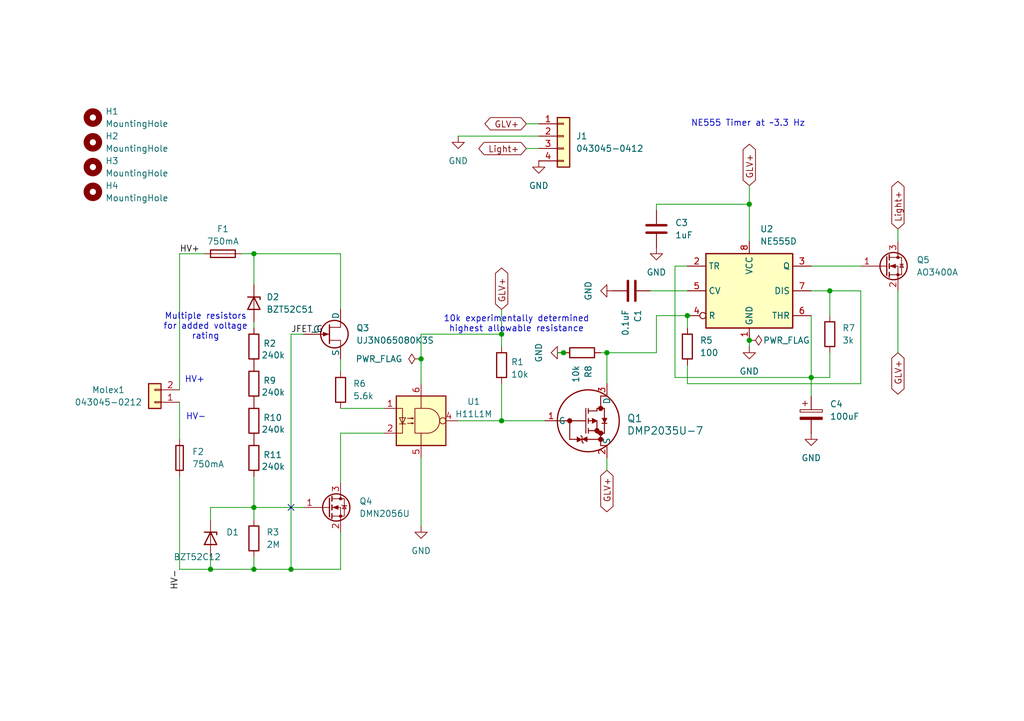
<source format=kicad_sch>
(kicad_sch (version 20250114) (generator "eeschema") (generator_version "9.0")
  (paper "A5")
  (lib_symbols
    (symbol "Connector_Generic:Conn_01x02" (pin_names (offset 1.016) (hide yes))
      (property "Reference" "J" (at 0 2.54 0))
      (property "Value" "Conn_01x02" (at 0 -5.08 0))
      (symbol "Conn_01x02_1_1"
        (rectangle (start -1.27 1.27) (end 1.27 -3.81) (stroke (width 0.254)) (fill (type background)))
        (rectangle (start -1.27 0.127) (end 0 -0.127) (stroke (width 0.1524)))
        (rectangle (start -1.27 -2.413) (end 0 -2.667) (stroke (width 0.1524)))
        (pin passive line (at -5.08 0 0) (length 3.81) (name "Pin_1") (number "1"))
        (pin passive line (at -5.08 -2.54 0) (length 3.81) (name "Pin_2") (number "2"))
      )
    )
    (symbol "Connector_Generic:Conn_01x04" (pin_names (offset 1.016) (hide yes))
      (property "Reference" "J" (at 0 5.08 0))
      (property "Value" "Conn_01x04" (at 0 -7.62 0))
      (symbol "Conn_01x04_1_1"
        (rectangle (start -1.27 3.81) (end 1.27 -6.35) (stroke (width 0.254)) (fill (type background)))
        (rectangle (start -1.27 2.667) (end 0 2.413) (stroke (width 0.1524)))
        (rectangle (start -1.27 0.127) (end 0 -0.127) (stroke (width 0.1524)))
        (rectangle (start -1.27 -2.413) (end 0 -2.667) (stroke (width 0.1524)))
        (rectangle (start -1.27 -4.953) (end 0 -5.207) (stroke (width 0.1524)))
        (pin passive line (at -5.08 2.54 0) (length 3.81) (name "Pin_1") (number "1"))
        (pin passive line (at -5.08 0 0) (length 3.81) (name "Pin_2") (number "2"))
        (pin passive line (at -5.08 -2.54 0) (length 3.81) (name "Pin_3") (number "3"))
        (pin passive line (at -5.08 -5.08 0) (length 3.81) (name "Pin_4") (number "4"))
      )
    )
    (symbol "Device:C" (pin_numbers (hide yes)) (pin_names (offset 0.254))
      (property "Reference" "C" (at 0.635 2.54 0))
      (property "Value" "C" (at 0.635 -2.54 0))
      (symbol "C_0_1"
        (polyline (pts (xy -2.032 0.762) (xy 2.032 0.762)) (stroke (width 0.508)))
        (polyline (pts (xy -2.032 -0.762) (xy 2.032 -0.762)) (stroke (width 0.508)))
      )
      (symbol "C_1_1"
        (pin passive line (at 0 3.81 270) (length 2.794) (name "~") (number "1"))
        (pin passive line (at 0 -3.81 90) (length 2.794) (name "~") (number "2"))
      )
    )
    (symbol "Device:C_Polarized" (pin_numbers (hide yes)) (pin_names (offset 0.254))
      (property "Reference" "C" (at 0.635 2.54 0))
      (property "Value" "C_Polarized" (at 0.635 -2.54 0))
      (symbol "C_Polarized_0_1"
        (rectangle (start -2.286 0.508) (end 2.286 1.016))
        (polyline (pts (xy -1.778 2.286) (xy -0.762 2.286)))
        (polyline (pts (xy -1.27 2.794) (xy -1.27 1.778)))
        (rectangle (start 2.286 -0.508) (end -2.286 -1.016) (fill (type outline)))
      )
      (symbol "C_Polarized_1_1"
        (pin passive line (at 0 3.81 270) (length 2.794) (name "~") (number "1"))
        (pin passive line (at 0 -3.81 90) (length 2.794) (name "~") (number "2"))
      )
    )
    (symbol "Device:D_Zener" (pin_numbers (hide yes)) (pin_names (offset 1.016) (hide yes))
      (property "Reference" "D" (at 0 2.54 0))
      (property "Value" "D_Zener" (at 0 -2.54 0))
      (symbol "D_Zener_0_1"
        (polyline (pts (xy -1.27 -1.27) (xy -1.27 1.27) (xy -0.762 1.27)) (stroke (width 0.254)))
        (polyline (pts (xy 1.27 0) (xy -1.27 0)))
        (polyline (pts (xy 1.27 -1.27) (xy 1.27 1.27) (xy -1.27 0) (xy 1.27 -1.27)) (stroke (width 0.254)))
      )
      (symbol "D_Zener_1_1"
        (pin passive line (at -3.81 0 0) (length 2.54) (name "K") (number "1"))
        (pin passive line (at 3.81 0 180) (length 2.54) (name "A") (number "2"))
      )
    )
    (symbol "Device:Fuse" (pin_numbers (hide yes)) (pin_names (offset 0))
      (property "Reference" "F" (at 2.032 0 90))
      (property "Value" "Fuse" (at -1.905 0 90))
      (symbol "Fuse_0_1"
        (rectangle (start -0.762 -2.54) (end 0.762 2.54) (stroke (width 0.254)))
        (polyline (pts (xy 0 2.54) (xy 0 -2.54)))
      )
      (symbol "Fuse_1_1"
        (pin passive line (at 0 3.81 270) (length 1.27) (name "~") (number "1"))
        (pin passive line (at 0 -3.81 90) (length 1.27) (name "~") (number "2"))
      )
    )
    (symbol "Device:R" (pin_numbers (hide yes)) (pin_names (offset 0))
      (property "Reference" "R" (at 2.032 0 90))
      (property "Value" "R" (at 0 0 90))
      (symbol "R_0_1"
        (rectangle (start -1.016 -2.54) (end 1.016 2.54) (stroke (width 0.254)))
      )
      (symbol "R_1_1"
        (pin passive line (at 0 3.81 270) (length 1.27) (name "~") (number "1"))
        (pin passive line (at 0 -3.81 90) (length 1.27) (name "~") (number "2"))
      )
    )
    (symbol "Diode:BZT52Bxx" (pin_numbers (hide yes)) (pin_names (hide yes))
      (property "Reference" "D" (at 0 2.54 0))
      (property "Value" "BZT52Bxx" (at 0 -2.54 0))
      (symbol "BZT52Bxx_0_1"
        (polyline (pts (xy -1.27 -1.27) (xy -1.27 1.27) (xy -0.762 1.27)) (stroke (width 0.254)))
        (polyline (pts (xy 1.27 0) (xy -1.27 0)))
        (polyline (pts (xy 1.27 -1.27) (xy 1.27 1.27) (xy -1.27 0) (xy 1.27 -1.27)) (stroke (width 0.254)))
      )
      (symbol "BZT52Bxx_1_1"
        (pin passive line (at -3.81 0 0) (length 2.54) (name "K") (number "1"))
        (pin passive line (at 3.81 0 180) (length 2.54) (name "A") (number "2"))
      )
    )
    (symbol "Isolator:H11L1" (pin_names (offset 1.016))
      (property "Reference" "U" (at 1.27 8.89 0))
      (property "Value" "H11L1" (at 1.27 6.35 0))
      (symbol "H11L1_0_1"
        (rectangle (start -5.08 5.08) (end 5.08 -5.08) (stroke (width 0.254)) (fill (type background)))
        (polyline (pts (xy -5.08 -2.54) (xy -3.81 -2.54) (xy -3.81 2.54) (xy -5.08 2.54)))
        (polyline (pts (xy -4.445 -0.635) (xy -3.175 -0.635)))
        (polyline (pts (xy -3.81 -0.635) (xy -4.445 0.635) (xy -3.175 0.635) (xy -3.81 -0.635)))
        (polyline (pts (xy -2.794 0.508) (xy -1.524 0.508) (xy -1.905 0.381) (xy -1.905 0.635) (xy -1.524 0.508)))
        (polyline (pts (xy -2.794 -0.508) (xy -1.524 -0.508) (xy -1.905 -0.635) (xy -1.905 -0.381) (xy -1.524 -0.508)))
        (polyline (pts (xy 0 2.54) (xy 0 5.08)))
        (polyline (pts (xy 0 -2.54) (xy 0 -5.08) (xy 0 -3.81)))
        (arc (start 1.27 2.54) (mid 3.799 0) (end 1.27 -2.54))
        (polyline (pts (xy 1.27 -2.54) (xy -1.27 -2.54) (xy -1.27 2.54) (xy 1.27 2.54)))
      )
      (symbol "H11L1_1_1"
        (pin passive line (at -7.62 2.54 0) (length 2.54) (name "~") (number "1"))
        (pin passive line (at -7.62 -2.54 0) (length 2.54) (name "~") (number "2"))
        (pin no_connect line (at -5.08 0 0) (length 2.54) (hide yes) (name "~") (number "3"))
        (pin power_in line (at 0 7.62 270) (length 2.54) (name "~") (number "6"))
        (pin power_in line (at 0 -7.62 90) (length 2.54) (name "~") (number "5"))
        (pin output inverted (at 7.62 0 180) (length 3.81) (name "~") (number "4"))
      )
    )
    (symbol "Mechanical:MountingHole" (pin_names (offset 1.016)) (exclude_from_sim yes) (in_bom no)
      (property "Reference" "H" (at 0 5.08 0))
      (property "Value" "MountingHole" (at 0 3.175 0))
      (symbol "MountingHole_0_1"
        (circle (center 0 0) (radius 1.27) (stroke (width 1.27)))
      )
    )
    (symbol "Simulation_SPICE:NJFET" (pin_numbers (hide yes)) (pin_names (offset 0))
      (property "Reference" "Q3" (at 5.715 1.27 0))
      (property "Value" "UJ3N120035K3S" (at 5.715 -1.27 0))
      (symbol "NJFET_0_1"
        (polyline (pts (xy 0 0) (xy -1.016 0.381) (xy -1.016 -0.381) (xy 0 0)) (fill (type outline)))
        (polyline (pts (xy 0.254 1.905) (xy 0.254 -1.905) (xy 0.254 -1.905)) (stroke (width 0.254)))
        (circle (center 1.27 0) (radius 2.8194) (stroke (width 0.254)))
        (polyline (pts (xy 2.54 2.54) (xy 2.54 1.397) (xy 0.254 1.397)))
        (polyline (pts (xy 2.54 -2.54) (xy 2.54 -1.27) (xy 0.254 -1.27)))
      )
      (symbol "NJFET_1_1"
        (pin input line (at -5.08 0 0) (length 5.334) (name "G") (number "1"))
        (pin passive line (at 2.54 5.08 270) (length 2.54) (name "D") (number "2"))
        (pin passive line (at 2.54 -5.08 90) (length 2.54) (name "S") (number "3"))
      )
    )
    (symbol "Timer:NE555D"
      (property "Reference" "U" (at -10.16 8.89 0))
      (property "Value" "NE555D" (at 2.54 8.89 0))
      (symbol "NE555D_0_0"
        (pin power_in line (at 0 10.16 270) (length 2.54) (name "VCC") (number "8"))
        (pin power_in line (at 0 -10.16 90) (length 2.54) (name "GND") (number "1"))
      )
      (symbol "NE555D_0_1"
        (rectangle (start -8.89 -7.62) (end 8.89 7.62) (stroke (width 0.254)) (fill (type background)))
        (rectangle (start -8.89 -7.62) (end 8.89 7.62) (stroke (width 0.254)) (fill (type background)))
      )
      (symbol "NE555D_1_1"
        (pin input line (at -12.7 5.08 0) (length 3.81) (name "TR") (number "2"))
        (pin input line (at -12.7 0 0) (length 3.81) (name "CV") (number "5"))
        (pin input inverted (at -12.7 -5.08 0) (length 3.81) (name "R") (number "4"))
        (pin output line (at 12.7 5.08 180) (length 3.81) (name "Q") (number "3"))
        (pin input line (at 12.7 0 180) (length 3.81) (name "DIS") (number "7"))
        (pin input line (at 12.7 -5.08 180) (length 3.81) (name "THR") (number "6"))
      )
    )
    (symbol "Transistor_FET:AO3400A" (pin_names (offset 0) (hide yes))
      (property "Reference" "Q" (at 5.08 1.905 0))
      (property "Value" "AO3400A" (at 5.08 0 0))
      (symbol "AO3400A_0_1"
        (polyline (pts (xy 0.254 1.905) (xy 0.254 -1.905)) (stroke (width 0.254)))
        (polyline (pts (xy 0.254 0) (xy -2.54 0)))
        (polyline (pts (xy 0.762 2.286) (xy 0.762 1.27)) (stroke (width 0.254)))
        (polyline (pts (xy 0.762 0.508) (xy 0.762 -0.508)) (stroke (width 0.254)))
        (polyline (pts (xy 0.762 -1.27) (xy 0.762 -2.286)) (stroke (width 0.254)))
        (polyline (pts (xy 0.762 -1.778) (xy 3.302 -1.778) (xy 3.302 1.778) (xy 0.762 1.778)))
        (polyline (pts (xy 1.016 0) (xy 2.032 0.381) (xy 2.032 -0.381) (xy 1.016 0)) (fill (type outline)))
        (circle (center 1.651 0) (radius 2.794) (stroke (width 0.254)))
        (polyline (pts (xy 2.54 2.54) (xy 2.54 1.778)))
        (circle (center 2.54 1.778) (radius 0.254) (fill (type outline)))
        (circle (center 2.54 -1.778) (radius 0.254) (fill (type outline)))
        (polyline (pts (xy 2.54 -2.54) (xy 2.54 0) (xy 0.762 0)))
        (polyline (pts (xy 2.921 0.381) (xy 3.683 0.381)))
        (polyline (pts (xy 3.302 0.381) (xy 2.921 -0.254) (xy 3.683 -0.254) (xy 3.302 0.381)))
      )
      (symbol "AO3400A_1_1"
        (pin input line (at -5.08 0 0) (length 2.54) (name "G") (number "1"))
        (pin passive line (at 2.54 5.08 270) (length 2.54) (name "D") (number "3"))
        (pin passive line (at 2.54 -5.08 90) (length 2.54) (name "S") (number "2"))
      )
    )
    (symbol "Transistor_FET:DMN2056U" (pin_names (hide yes))
      (property "Reference" "Q" (at 5.08 1.905 0))
      (property "Value" "DMN2056U" (at 5.08 0 0))
      (symbol "DMN2056U_0_1"
        (polyline (pts (xy 0.254 1.905) (xy 0.254 -1.905)) (stroke (width 0.254)))
        (polyline (pts (xy 0.254 0) (xy -2.54 0)))
        (polyline (pts (xy 0.762 2.286) (xy 0.762 1.27)) (stroke (width 0.254)))
        (polyline (pts (xy 0.762 0.508) (xy 0.762 -0.508)) (stroke (width 0.254)))
        (polyline (pts (xy 0.762 -1.27) (xy 0.762 -2.286)) (stroke (width 0.254)))
        (polyline (pts (xy 0.762 -1.778) (xy 3.302 -1.778) (xy 3.302 1.778) (xy 0.762 1.778)))
        (polyline (pts (xy 1.016 0) (xy 2.032 0.381) (xy 2.032 -0.381) (xy 1.016 0)) (fill (type outline)))
        (circle (center 1.651 0) (radius 2.794) (stroke (width 0.254)))
        (polyline (pts (xy 2.54 2.54) (xy 2.54 1.778)))
        (circle (center 2.54 1.778) (radius 0.254) (fill (type outline)))
        (circle (center 2.54 -1.778) (radius 0.254) (fill (type outline)))
        (polyline (pts (xy 2.54 -2.54) (xy 2.54 0) (xy 0.762 0)))
        (polyline (pts (xy 2.794 0.508) (xy 2.921 0.381) (xy 3.683 0.381) (xy 3.81 0.254)))
        (polyline (pts (xy 3.302 0.381) (xy 2.921 -0.254) (xy 3.683 -0.254) (xy 3.302 0.381)))
      )
      (symbol "DMN2056U_1_1"
        (pin input line (at -5.08 0 0) (length 2.54) (name "G") (number "1"))
        (pin passive line (at 2.54 5.08 270) (length 2.54) (name "D") (number "3"))
        (pin passive line (at 2.54 -5.08 90) (length 2.54) (name "S") (number "2"))
      )
    )
    (symbol "Transistor_FET:DMP2035U-7" (pin_names (offset 0.254))
      (property "Reference" "MOSFET" (at 16.51 1.27 0))
      (property "Value" "DMP2035U-7" (at 16.51 -1.27 0))
      (symbol "DMP2035U-7_0_1"
        (polyline (pts (xy 2.54 0) (xy 8.382 0)) (stroke (width 0.2032)))
        (circle (center 5.08 0) (radius 0.0254) (stroke (width 0.508)))
        (polyline (pts (xy 5.08 -3.81) (xy 5.08 0)) (stroke (width 0.2032)))
        (polyline (pts (xy 5.08 -3.81) (xy 6.604 -3.81)) (stroke (width 0.2032)))
        (polyline (pts (xy 6.604 -3.302) (xy 6.604 -4.318) (xy 7.62 -3.81)) (fill (type outline)))
        (polyline (pts (xy 7.366 -3.048) (xy 7.62 -3.302)) (stroke (width 0.2032)))
        (polyline (pts (xy 7.62 -3.302) (xy 7.62 -4.318)) (stroke (width 0.2032)))
        (polyline (pts (xy 7.62 -4.318) (xy 7.874 -4.572)) (stroke (width 0.2032)))
        (polyline (pts (xy 8.382 -2.54) (xy 8.382 2.54)) (stroke (width 0.2032)))
        (polyline (pts (xy 8.636 -3.81) (xy 11.43 -3.81)) (stroke (width 0.2032)))
        (polyline (pts (xy 8.636 -4.318) (xy 8.636 -3.302) (xy 7.62 -3.81)) (fill (type outline)))
        (polyline (pts (xy 8.89 2.032) (xy 10.668 2.032)) (stroke (width 0.2032)))
        (polyline (pts (xy 8.89 1.524) (xy 8.89 2.54)) (stroke (width 0.2032)))
        (polyline (pts (xy 8.89 0) (xy 10.668 0)) (stroke (width 0.2032)))
        (circle (center 8.89 0) (radius 6.35) (stroke (width 0.254)))
        (polyline (pts (xy 8.89 -0.508) (xy 8.89 0.508)) (stroke (width 0.2032)))
        (polyline (pts (xy 8.89 -2.032) (xy 10.668 -2.032)) (stroke (width 0.2032)))
        (polyline (pts (xy 8.89 -2.54) (xy 8.89 -1.524)) (stroke (width 0.2032)))
        (polyline (pts (xy 9.652 0.508) (xy 10.668 0) (xy 9.652 -0.508)) (fill (type outline)))
        (polyline (pts (xy 10.668 2.54) (xy 12.192 2.54)) (stroke (width 0.2032)))
        (polyline (pts (xy 10.668 2.032) (xy 10.668 2.54)) (stroke (width 0.2032)))
        (circle (center 10.668 -2.032) (radius 0.0254) (stroke (width 0.508)))
        (polyline (pts (xy 10.668 -2.54) (xy 10.668 0)) (stroke (width 0.2032)))
        (polyline (pts (xy 10.668 -2.54) (xy 12.192 -2.54)) (stroke (width 0.2032)))
        (polyline (pts (xy 11.43 5.08) (xy 11.43 2.54)) (stroke (width 0.2032)))
        (polyline (pts (xy 11.43 5.08) (xy 12.7 5.08)) (stroke (width 0.2032)))
        (circle (center 11.43 2.54) (radius 0.0254) (stroke (width 0.508)))
        (circle (center 11.43 -2.54) (radius 0.0254) (stroke (width 0.508)))
        (circle (center 11.43 -3.81) (radius 0.0254) (stroke (width 0.508)))
        (polyline (pts (xy 11.43 -5.08) (xy 11.43 -2.54)) (stroke (width 0.2032)))
        (polyline (pts (xy 11.43 -5.08) (xy 12.7 -5.08)) (stroke (width 0.2032)))
        (polyline (pts (xy 11.684 0.508) (xy 12.7 0.508) (xy 12.192 -0.508)) (fill (type outline)))
        (polyline (pts (xy 11.684 -0.508) (xy 12.7 -0.508)) (stroke (width 0.2032)))
        (polyline (pts (xy 12.192 -2.54) (xy 12.192 2.54)) (stroke (width 0.2032)))
        (pin unspecified line (at 0 0 0) (length 2.54) (name "G") (number "1"))
        (pin unspecified line (at 12.7 7.62 270) (length 2.54) (name "D") (number "3"))
        (pin unspecified line (at 12.7 -7.62 90) (length 2.54) (name "S") (number "2"))
      )
    )
    (symbol "power:GND" (power) (pin_numbers (hide yes)) (pin_names (offset 0) (hide yes))
      (property "Value" "GND" (at 0 -3.81 0))
      (symbol "GND_0_1"
        (polyline (pts (xy 0 0) (xy 0 -1.27) (xy 1.27 -1.27) (xy 0 -2.54) (xy -1.27 -1.27) (xy 0 -1.27)))
      )
      (symbol "GND_1_1"
        (pin power_in line (at 0 0 270) (length 0) (name "~") (number "1"))
      )
    )
    (symbol "power:PWR_FLAG" (power) (pin_numbers (hide yes)) (pin_names (offset 0) (hide yes))
      (property "Value" "PWR_FLAG" (at 0 3.81 0))
      (symbol "PWR_FLAG_0_0"
        (pin power_out line (at 0 0 90) (length 0) (name "~") (number "1"))
      )
      (symbol "PWR_FLAG_0_1"
        (polyline (pts (xy 0 0) (xy 0 1.27) (xy -1.016 1.905) (xy 0 2.54) (xy 1.016 1.905) (xy 0 1.27)))
      )
    )
  )
  (text "NE555 Timer at ~3.3 Hz" (at 153.416 25.4 0) (effects (font (size 1.27 1.27))))
  (text "Multiple resistors\nfor added voltage\nrating" (at 42.164 67.056 0) (effects (font (size 1.27 1.27))))
  (text "10k experimentally determined\nhighest allowable resistance" (at 105.918 66.548 0) (effects (font (size 1.27 1.27))))
  (text "HV+" (at 37.846 78.74 0) (effects (font (size 1.27 1.27)) (justify left bottom)))
  (text "HV-" (at 38.1 86.36 0) (effects (font (size 1.27 1.27)) (justify left bottom)))
  (junction (at 86.36 73.66))
  (junction (at 124.46 72.39))
  (junction (at 52.07 116.84))
  (junction (at 52.07 52.07))
  (junction (at 166.37 77.47))
  (junction (at 52.07 104.14))
  (junction (at 153.67 41.91))
  (junction (at 59.69 116.84))
  (junction (at 170.18 59.69))
  (junction (at 102.87 68.58))
  (junction (at 102.87 86.36))
  (junction (at 140.97 64.77))
  (junction (at 153.67 69.85))
  (junction (at 115.57 72.39))
  (junction (at 43.18 116.84))
  (no_connect (at 59.69 104.14))
  (wire (pts (xy 138.43 77.47) (xy 138.43 54.61)))
  (wire (pts (xy 140.97 74.93) (xy 140.97 78.74)))
  (wire (pts (xy 133.35 59.69) (xy 140.97 59.69)))
  (wire (pts (xy 176.53 78.74) (xy 140.97 78.74)))
  (wire (pts (xy 78.74 88.9) (xy 69.85 88.9)))
  (wire (pts (xy 134.62 41.91) (xy 134.62 43.18)))
  (wire (pts (xy 59.69 68.58) (xy 59.69 116.84)))
  (wire (pts (xy 52.07 52.07) (xy 52.07 58.42)))
  (wire (pts (xy 124.46 72.39) (xy 134.62 72.39)))
  (wire (pts (xy 184.15 59.69) (xy 184.15 72.39)))
  (wire (pts (xy 107.95 25.4) (xy 110.49 25.4)))
  (wire (pts (xy 69.85 109.22) (xy 69.85 116.84)))
  (wire (pts (xy 69.85 52.07) (xy 69.85 63.5)))
  (wire (pts (xy 36.83 97.79) (xy 36.83 116.84)))
  (wire (pts (xy 59.69 116.84) (xy 69.85 116.84)))
  (wire (pts (xy 69.85 88.9) (xy 69.85 99.06)))
  (wire (pts (xy 107.95 30.48) (xy 110.49 30.48)))
  (wire (pts (xy 86.36 93.98) (xy 86.36 107.95)))
  (wire (pts (xy 134.62 41.91) (xy 153.67 41.91)))
  (wire (pts (xy 124.46 96.52) (xy 124.46 93.98)))
  (wire (pts (xy 52.07 52.07) (xy 69.85 52.07)))
  (wire (pts (xy 170.18 77.47) (xy 166.37 77.47)))
  (wire (pts (xy 153.67 38.1) (xy 153.67 41.91)))
  (wire (pts (xy 36.83 52.07) (xy 36.83 80.01)))
  (wire (pts (xy 52.07 104.14) (xy 52.07 97.79)))
  (wire (pts (xy 124.46 72.39) (xy 124.46 78.74)))
  (wire (pts (xy 170.18 59.69) (xy 176.53 59.69)))
  (wire (pts (xy 166.37 54.61) (xy 176.53 54.61)))
  (wire (pts (xy 43.18 116.84) (xy 52.07 116.84)))
  (wire (pts (xy 134.62 64.77) (xy 134.62 72.39)))
  (wire (pts (xy 134.62 64.77) (xy 140.97 64.77)))
  (wire (pts (xy 52.07 116.84) (xy 59.69 116.84)))
  (wire (pts (xy 93.98 86.36) (xy 102.87 86.36)))
  (wire (pts (xy 138.43 54.61) (xy 140.97 54.61)))
  (wire (pts (xy 184.15 46.99) (xy 184.15 49.53)))
  (wire (pts (xy 102.87 86.36) (xy 111.76 86.36)))
  (wire (pts (xy 43.18 104.14) (xy 52.07 104.14)))
  (wire (pts (xy 43.18 116.84) (xy 43.18 114.3)))
  (wire (pts (xy 36.83 116.84) (xy 43.18 116.84)))
  (wire (pts (xy 36.83 52.07) (xy 41.91 52.07)))
  (wire (pts (xy 78.74 83.82) (xy 69.85 83.82)))
  (wire (pts (xy 69.85 73.66) (xy 69.85 76.2)))
  (wire (pts (xy 86.36 68.58) (xy 102.87 68.58)))
  (wire (pts (xy 166.37 64.77) (xy 166.37 77.47)))
  (wire (pts (xy 166.37 77.47) (xy 138.43 77.47)))
  (wire (pts (xy 114.3 72.39) (xy 115.57 72.39)))
  (wire (pts (xy 153.67 71.12) (xy 153.67 69.85)))
  (wire (pts (xy 43.18 104.14) (xy 43.18 106.68)))
  (wire (pts (xy 102.87 63.5) (xy 102.87 68.58)))
  (wire (pts (xy 140.97 64.77) (xy 140.97 67.31)))
  (wire (pts (xy 52.07 116.84) (xy 52.07 114.3)))
  (wire (pts (xy 52.07 104.14) (xy 62.23 104.14)))
  (wire (pts (xy 52.07 104.14) (xy 52.07 106.68)))
  (wire (pts (xy 153.67 41.91) (xy 153.67 49.53)))
  (wire (pts (xy 36.83 82.55) (xy 36.83 90.17)))
  (wire (pts (xy 49.53 52.07) (xy 52.07 52.07)))
  (wire (pts (xy 93.98 27.94) (xy 110.49 27.94)))
  (wire (pts (xy 86.36 78.74) (xy 86.36 73.66)))
  (wire (pts (xy 123.19 72.39) (xy 124.46 72.39)))
  (wire (pts (xy 170.18 59.69) (xy 170.18 64.77)))
  (wire (pts (xy 52.07 66.04) (xy 52.07 67.31)))
  (wire (pts (xy 166.37 59.69) (xy 170.18 59.69)))
  (wire (pts (xy 102.87 86.36) (xy 102.87 78.74)))
  (wire (pts (xy 166.37 77.47) (xy 166.37 81.28)))
  (wire (pts (xy 102.87 68.58) (xy 102.87 71.12)))
  (wire (pts (xy 176.53 59.69) (xy 176.53 78.74)))
  (wire (pts (xy 86.36 73.66) (xy 86.36 68.58)))
  (wire (pts (xy 59.69 68.58) (xy 62.23 68.58)))
  (wire (pts (xy 170.18 72.39) (xy 170.18 77.47)))
  (label "JFET_G" (at 59.69 68.58 0))
  (label "HV+" (at 36.83 52.07 0))
  (label "HV-" (at 36.83 116.84 270))
  (global_label "GLV+" (shape bidirectional) (at 124.46 96.52 270) (property "Intersheetrefs" "${INTERSHEET_REFS}" (effects (hide yes))))
  (global_label "Light+" (shape bidirectional) (at 184.15 46.99 90) (property "Intersheetrefs" "${INTERSHEET_REFS}" (effects (hide yes))))
  (global_label "GLV+" (shape bidirectional) (at 184.15 72.39 270) (property "Intersheetrefs" "${INTERSHEET_REFS}" (effects (hide yes))))
  (global_label "GLV+" (shape bidirectional) (at 102.87 63.5 90) (property "Intersheetrefs" "${INTERSHEET_REFS}" (effects (hide yes))))
  (global_label "GLV+" (shape bidirectional) (at 107.95 25.4 180) (property "Intersheetrefs" "${INTERSHEET_REFS}" (effects (hide yes))))
  (global_label "Light+" (shape bidirectional) (at 107.95 30.48 180) (property "Intersheetrefs" "${INTERSHEET_REFS}" (effects (hide yes))))
  (global_label "GLV+" (shape bidirectional) (at 153.67 38.1 90) (property "Intersheetrefs" "${INTERSHEET_REFS}" (effects (hide yes))))
  (symbol (lib_id "Device:C") (at 129.54 59.69 90) (unit 1)
    (property "Reference" "C1" (at 130.8101 63.5 0) (effects (justify right)))
    (property "Value" "0.1uF" (at 128.2701 63.5 0) (effects (justify right)))
    (property "Footprint" "Capacitor_SMD:C_0805_2012Metric_Pad1.18x1.45mm_HandSolder" (effects (hide yes)))
    (property "Description" "Unpolarized capacitor" (effects (hide yes)))
  )
  (symbol (lib_id "power:GND") (at 86.36 107.95 0) (unit 1)
    (property "Reference" "#PWR04" (effects (hide yes)))
    (property "Value" "GND" (at 86.36 113.03 0))
    (property "Description" "Power symbol creates a global label with name \"GND\" , ground" (effects (hide yes)))
  )
  (symbol (lib_id "Transistor_FET:AO3400A") (at 181.61 54.61 0) (unit 1)
    (property "Reference" "Q5" (at 187.96 53.3399 0) (effects (justify left)))
    (property "Value" "AO3400A" (at 187.96 55.8799 0) (effects (justify left)))
    (property "Footprint" "Package_TO_SOT_SMD:SOT-23" (effects (hide yes)))
    (property "Datasheet" "http://www.aosmd.com/pdfs/datasheet/AO3400A.pdf" (effects (hide yes)))
    (property "Description" "30V Vds, 5.7A Id, N-Channel MOSFET, SOT-23" (effects (hide yes)))
  )
  (symbol (lib_id "power:GND") (at 115.57 72.39 270) (unit 1)
    (property "Reference" "#PWR05" (effects (hide yes)))
    (property "Value" "GND" (at 110.49 72.39 0))
    (property "Description" "Power symbol creates a global label with name \"GND\" , ground" (effects (hide yes)))
  )
  (symbol (lib_id "Transistor_FET:DMN2056U") (at 67.31 104.14 0) (unit 1)
    (property "Reference" "Q4" (at 73.66 102.8699 0) (effects (justify left)))
    (property "Value" "DMN2056U" (at 73.66 105.4099 0) (effects (justify left)))
    (property "Footprint" "Package_TO_SOT_SMD:SOT-23" (effects (hide yes)))
    (property "Datasheet" "http://www.diodes.com/assets/Datasheets/DMN2056U.pdf" (effects (hide yes)))
    (property "Description" "4A Id, 20V Vds, N-Channel MOSFET, SOT-23" (effects (hide yes)))
  )
  (symbol (lib_id "Device:R") (at 69.85 80.01 0) (unit 1)
    (property "Reference" "R6" (at 72.39 78.7399 0) (effects (justify left)))
    (property "Value" "5.6k" (at 72.39 81.2799 0) (effects (justify left)))
    (property "Footprint" "Resistor_SMD:R_0805_2012Metric_Pad1.20x1.40mm_HandSolder" (effects (hide yes)))
  )
  (symbol (lib_id "Transistor_FET:DMP2035U-7") (at 111.76 86.36 0) (unit 1)
    (property "Reference" "Q1" (at 128.524 85.852 0) (effects (font (size 1.524 1.524)) (justify left)))
    (property "Value" "DMP2035U-7" (at 128.524 88.392 0) (effects (font (size 1.524 1.524)) (justify left)))
    (property "Footprint" "SOT23_DIO" (effects (hide yes)))
    (property "Datasheet" "DMP2035U-7" (effects (hide yes)))
  )
  (symbol (lib_id "Device:R") (at 52.07 71.12 0) (unit 1)
    (property "Reference" "R2" (at 53.975 70.485 0) (effects (justify left)))
    (property "Value" "240k" (at 53.594 72.898 0) (effects (justify left)))
    (property "Footprint" "Resistor_SMD:R_0805_2012Metric_Pad1.20x1.40mm_HandSolder" (effects (hide yes)))
  )
  (symbol (lib_id "power:GND") (at 93.98 27.94 0) (mirror y) (unit 1)
    (property "Reference" "#PWR08" (effects (hide yes)))
    (property "Value" "GND" (at 93.98 33.02 0))
    (property "Description" "Power symbol creates a global label with name \"GND\" , ground" (effects (hide yes)))
  )
  (symbol (lib_id "Device:Fuse") (at 45.72 52.07 90) (unit 1)
    (property "Reference" "F1" (at 45.72 46.99 90))
    (property "Value" "750mA" (at 45.72 49.53 90))
    (property "Footprint" "Library:FUSE_BK_PCS" (effects (hide yes)))
  )
  (symbol (lib_id "Device:R") (at 52.07 78.74 0) (unit 1)
    (property "Reference" "R9" (at 53.975 78.105 0) (effects (justify left)))
    (property "Value" "240k" (at 53.594 80.518 0) (effects (justify left)))
    (property "Footprint" "Resistor_SMD:R_0805_2012Metric_Pad1.20x1.40mm_HandSolder" (effects (hide yes)))
  )
  (symbol (lib_id "power:GND") (at 125.73 59.69 270) (unit 1)
    (property "Reference" "#PWR03" (effects (hide yes)))
    (property "Value" "GND" (at 120.65 59.69 0))
    (property "Description" "Power symbol creates a global label with name \"GND\" , ground" (effects (hide yes)))
  )
  (symbol (lib_id "power:PWR_FLAG") (at 86.36 73.66 90) (unit 1)
    (property "Reference" "#FLG02" (effects (hide yes)))
    (property "Value" "PWR_FLAG" (at 82.55 73.6599 90) (effects (justify left)))
    (property "Description" "Special symbol for telling ERC where power comes from" (effects (hide yes)))
  )
  (symbol (lib_id "power:GND") (at 134.62 50.8 0) (unit 1)
    (property "Reference" "#PWR06" (effects (hide yes)))
    (property "Value" "GND" (at 134.62 55.88 0))
    (property "Description" "Power symbol creates a global label with name \"GND\" , ground" (effects (hide yes)))
  )
  (symbol (lib_id "Device:R") (at 52.07 93.98 0) (unit 1)
    (property "Reference" "R11" (at 53.975 93.345 0) (effects (justify left)))
    (property "Value" "240k" (at 53.594 95.758 0) (effects (justify left)))
    (property "Footprint" "Resistor_SMD:R_0805_2012Metric_Pad1.20x1.40mm_HandSolder" (effects (hide yes)))
  )
  (symbol (lib_id "Device:C") (at 134.62 46.99 180) (unit 1)
    (property "Reference" "C3" (at 138.43 45.7199 0) (effects (justify right)))
    (property "Value" "1uF" (at 138.43 48.2599 0) (effects (justify right)))
    (property "Footprint" "Capacitor_SMD:C_0805_2012Metric_Pad1.18x1.45mm_HandSolder" (effects (hide yes)))
    (property "Description" "Unpolarized capacitor" (effects (hide yes)))
  )
  (symbol (lib_id "power:PWR_FLAG") (at 153.67 69.85 270) (unit 1)
    (property "Reference" "#FLG01" (effects (hide yes)))
    (property "Value" "PWR_FLAG" (at 156.464 69.85 90) (effects (justify left)))
    (property "Description" "Special symbol for telling ERC where power comes from" (effects (hide yes)))
  )
  (symbol (lib_id "Simulation_SPICE:NJFET") (at 67.31 68.58 0) (unit 1)
    (property "Reference" "Q3" (at 73.025 67.31 0) (effects (justify left)))
    (property "Value" "UJ3N065080K3S" (at 73.025 69.85 0) (effects (justify left)))
    (property "Footprint" "Package_TO_SOT_THT:TO-247-3_Horizontal_TabDown" (effects (hide yes)))
    (property "Sim.Device" "NJFET" (effects (hide yes)))
    (property "Sim.Type" "SHICHMANHODGES" (effects (hide yes)))
    (property "Sim.Pins" "1=D 2=G 3=S" (effects (hide yes)))
  )
  (symbol (lib_id "Device:R") (at 52.07 86.36 0) (unit 1)
    (property "Reference" "R10" (at 53.975 85.725 0) (effects (justify left)))
    (property "Value" "240k" (at 53.594 88.138 0) (effects (justify left)))
    (property "Footprint" "Resistor_SMD:R_0805_2012Metric_Pad1.20x1.40mm_HandSolder" (effects (hide yes)))
  )
  (symbol (lib_id "Device:R") (at 52.07 110.49 0) (unit 1)
    (property "Reference" "R3" (at 54.61 109.2199 0) (effects (justify left)))
    (property "Value" "2M" (at 54.61 111.7599 0) (effects (justify left)))
    (property "Footprint" "Resistor_SMD:R_0805_2012Metric_Pad1.20x1.40mm_HandSolder" (effects (hide yes)))
  )
  (symbol (lib_id "Timer:NE555D") (at 153.67 59.69 0) (unit 1)
    (property "Reference" "U2" (at 155.8641 46.99 0) (effects (justify left)))
    (property "Value" "NE555D" (at 155.8641 49.53 0) (effects (justify left)))
    (property "Footprint" "Package_SO:SOIC-8_3.9x4.9mm_P1.27mm" (effects (hide yes)))
    (property "Datasheet" "http://www.ti.com/lit/ds/symlink/ne555.pdf" (effects (hide yes)))
    (property "Description" "Precision Timers, 555 compatible, SOIC-8" (effects (hide yes)))
  )
  (symbol (lib_id "Device:R") (at 119.38 72.39 90) (unit 1)
    (property "Reference" "R8" (at 120.6501 74.93 0) (effects (justify right)))
    (property "Value" "10k" (at 118.1101 74.93 0) (effects (justify right)))
    (property "Footprint" "Resistor_SMD:R_0805_2012Metric_Pad1.20x1.40mm_HandSolder" (effects (hide yes)))
    (property "Description" "Resistor" (effects (hide yes)))
  )
  (symbol (lib_id "Device:Fuse") (at 36.83 93.98 180) (unit 1)
    (property "Reference" "F2" (at 39.37 92.7099 0) (effects (justify right)))
    (property "Value" "750mA" (at 39.37 95.2499 0) (effects (justify right)))
    (property "Footprint" "Library:FUSE_BK_PCS" (effects (hide yes)))
  )
  (symbol (lib_id "Mechanical:MountingHole") (at 19.05 24.13 0) (unit 1) (exclude_from_sim yes) (in_bom no)
    (property "Reference" "H1" (at 21.59 22.8599 0) (effects (justify left)))
    (property "Value" "MountingHole" (at 21.59 25.3999 0) (effects (justify left)))
    (property "Footprint" "MountingHole:MountingHole_4.3mm_M4" (effects (hide yes)))
    (property "Description" "Mounting Hole without connection" (effects (hide yes)))
  )
  (symbol (lib_id "Isolator:H11L1") (at 86.36 86.36 0) (unit 1)
    (property "Reference" "U1" (at 97.155 82.4231 0))
    (property "Value" "H11L1M" (at 97.155 84.9631 0))
    (property "Footprint" "Package_DIP:DIP-6_W7.62mm" (effects (hide yes)))
    (property "Datasheet" "https://www.onsemi.com/pub/Collateral/H11L3M-D.PDF" (effects (hide yes)))
  )
  (symbol (lib_id "Mechanical:MountingHole") (at 19.05 34.29 0) (unit 1) (exclude_from_sim yes) (in_bom no)
    (property "Reference" "H3" (at 21.59 33.0199 0) (effects (justify left)))
    (property "Value" "MountingHole" (at 21.59 35.5599 0) (effects (justify left)))
    (property "Footprint" "MountingHole:MountingHole_4.3mm_M4" (effects (hide yes)))
    (property "Description" "Mounting Hole without connection" (effects (hide yes)))
  )
  (symbol (lib_id "Device:R") (at 140.97 71.12 0) (unit 1)
    (property "Reference" "R5" (at 143.51 69.8499 0) (effects (justify left)))
    (property "Value" "100" (at 143.51 72.3899 0) (effects (justify left)))
    (property "Footprint" "Resistor_SMD:R_0805_2012Metric_Pad1.20x1.40mm_HandSolder" (effects (hide yes)))
    (property "Description" "Resistor" (effects (hide yes)))
  )
  (symbol (lib_id "Connector_Generic:Conn_01x04") (at 115.57 27.94 0) (unit 1)
    (property "Reference" "J1" (at 118.11 27.94 0) (effects (justify left)))
    (property "Value" "043045-0412" (at 118.11 30.48 0) (effects (justify left)))
    (property "Footprint" "Connector_Molex:Molex_Micro-Fit_3.0_43045-0412_2x02_P3.00mm_Vertical" (effects (hide yes)))
  )
  (symbol (lib_id "Mechanical:MountingHole") (at 19.05 39.37 0) (unit 1) (exclude_from_sim yes) (in_bom no)
    (property "Reference" "H4" (at 21.59 38.0999 0) (effects (justify left)))
    (property "Value" "MountingHole" (at 21.59 40.6399 0) (effects (justify left)))
    (property "Footprint" "MountingHole:MountingHole_4.3mm_M4" (effects (hide yes)))
    (property "Description" "Mounting Hole without connection" (effects (hide yes)))
  )
  (symbol (lib_id "power:GND") (at 166.37 88.9 0) (unit 1)
    (property "Reference" "#PWR02" (effects (hide yes)))
    (property "Value" "GND" (at 166.37 93.98 0))
    (property "Description" "Power symbol creates a global label with name \"GND\" , ground" (effects (hide yes)))
  )
  (symbol (lib_id "Connector_Generic:Conn_01x02") (at 31.75 82.55 180) (unit 1)
    (property "Reference" "Molex1" (at 22.225 80.01 0))
    (property "Value" "043045-0212" (at 22.225 82.55 0))
    (property "Footprint" "Connector_Molex:Molex_Micro-Fit_3.0_43045-0212_2x01_P3.00mm_Vertical" (effects (hide yes)))
  )
  (symbol (lib_id "Device:R") (at 170.18 68.58 180) (unit 1)
    (property "Reference" "R7" (at 172.72 67.3099 0) (effects (justify right)))
    (property "Value" "3k" (at 172.72 69.8499 0) (effects (justify right)))
    (property "Footprint" "Resistor_SMD:R_0805_2012Metric_Pad1.20x1.40mm_HandSolder" (effects (hide yes)))
    (property "Description" "Resistor" (effects (hide yes)))
  )
  (symbol (lib_id "Device:D_Zener") (at 43.18 110.49 270) (unit 1)
    (property "Reference" "D1" (at 46.355 109.22 90) (effects (justify left)))
    (property "Value" "BZT52C12" (at 35.56 114.3 90) (effects (justify left)))
    (property "Footprint" "Diode_SMD:D_SOD-123" (effects (hide yes)))
  )
  (symbol (lib_id "Diode:BZT52Bxx") (at 52.07 62.23 270) (unit 1)
    (property "Reference" "D2" (at 54.61 60.9599 90) (effects (justify left)))
    (property "Value" "BZT52C51" (at 54.61 63.4999 90) (effects (justify left)))
    (property "Footprint" "Diode_SMD:D_SOD-123F" (effects (hide yes)))
    (property "Datasheet" "https://diotec.com/tl_files/diotec/files/pdf/datasheets/bzt52b2v4.pdf" (effects (hide yes)))
    (property "Description" "500mW Zener Diode, SOD-123F" (effects (hide yes)))
  )
  (symbol (lib_id "power:GND") (at 110.49 33.02 0) (unit 1)
    (property "Reference" "#PWR07" (effects (hide yes)))
    (property "Value" "GND" (at 110.49 38.1 0))
    (property "Description" "Power symbol creates a global label with name \"GND\" , ground" (effects (hide yes)))
  )
  (symbol (lib_id "Mechanical:MountingHole") (at 19.05 29.21 0) (unit 1) (exclude_from_sim yes) (in_bom no)
    (property "Reference" "H2" (at 21.59 27.9399 0) (effects (justify left)))
    (property "Value" "MountingHole" (at 21.59 30.4799 0) (effects (justify left)))
    (property "Footprint" "MountingHole:MountingHole_4.3mm_M4" (effects (hide yes)))
    (property "Description" "Mounting Hole without connection" (effects (hide yes)))
  )
  (symbol (lib_id "power:GND") (at 153.67 71.12 0) (unit 1)
    (property "Reference" "#PWR01" (effects (hide yes)))
    (property "Value" "GND" (at 153.67 76.2 0))
    (property "Description" "Power symbol creates a global label with name \"GND\" , ground" (effects (hide yes)))
  )
  (symbol (lib_id "Device:C_Polarized") (at 166.37 85.09 0) (unit 1)
    (property "Reference" "C4" (at 170.18 82.9309 0) (effects (justify left)))
    (property "Value" "100uF" (at 170.18 85.4709 0) (effects (justify left)))
    (property "Footprint" "Capacitor_SMD:CP_Elec_6.3x5.4" (effects (hide yes)))
    (property "Description" "Polarized capacitor" (effects (hide yes)))
  )
  (symbol (lib_id "Device:R") (at 102.87 74.93 0) (unit 1)
    (property "Reference" "R1" (at 104.775 74.295 0) (effects (justify left)))
    (property "Value" "10k" (at 104.775 76.835 0) (effects (justify left)))
    (property "Footprint" "Resistor_SMD:R_0805_2012Metric_Pad1.20x1.40mm_HandSolder" (effects (hide yes)))
  )
)
</source>
